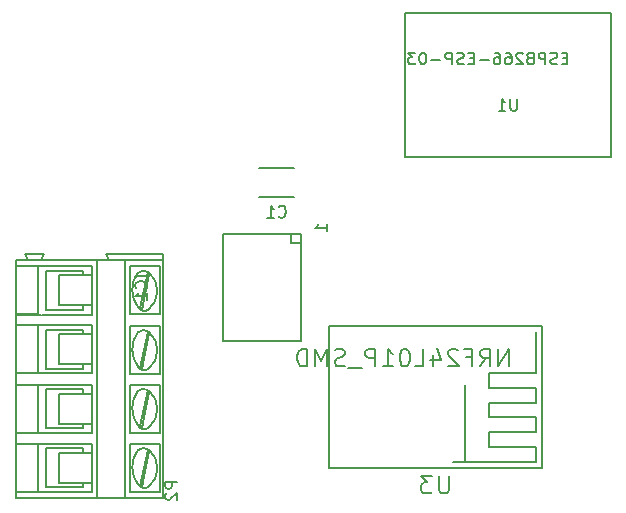
<source format=gbo>
G04 #@! TF.FileFunction,Legend,Bot*
%FSLAX46Y46*%
G04 Gerber Fmt 4.6, Leading zero omitted, Abs format (unit mm)*
G04 Created by KiCad (PCBNEW (2015-10-22 BZR 6274, Git d63c017)-product) date 25.10.2015 14:05:11*
%MOMM*%
G01*
G04 APERTURE LIST*
%ADD10C,0.150000*%
G04 APERTURE END LIST*
D10*
X184535000Y-140950000D02*
X187535000Y-140950000D01*
X187535000Y-138450000D02*
X184535000Y-138450000D01*
X187284360Y-144089120D02*
X187284360Y-144790160D01*
X187284360Y-144790160D02*
X187985400Y-144790160D01*
X181485540Y-144089120D02*
X181485540Y-153090880D01*
X181485540Y-153090880D02*
X188084460Y-153090880D01*
X188084460Y-153090880D02*
X188084460Y-144089120D01*
X188084460Y-144089120D02*
X181485540Y-144089120D01*
X170434000Y-155080000D02*
X167640000Y-155080000D01*
X167640000Y-155080000D02*
X167640000Y-152540000D01*
X167640000Y-152540000D02*
X170434000Y-152540000D01*
X173609000Y-155892800D02*
X176149000Y-155892800D01*
X176149000Y-155892800D02*
X176149000Y-151828800D01*
X176149000Y-151828800D02*
X173609000Y-151828800D01*
X173609000Y-151828800D02*
X173609000Y-155892800D01*
X174625000Y-155486400D02*
X175260000Y-152438400D01*
X174498000Y-155359400D02*
X175133000Y-152311400D01*
X174265430Y-152392028D02*
G75*
G02X175232060Y-152339340I509430J-452772D01*
G01*
X174345104Y-155334728D02*
G75*
G02X174297340Y-152346960I1905496J1524728D01*
G01*
X175236844Y-152335589D02*
G75*
G02X175183800Y-155486400I-1348444J-1553151D01*
G01*
X175233481Y-155435097D02*
G75*
G02X174307500Y-155293360I-407821J431297D01*
G01*
X165862000Y-155842000D02*
X165862000Y-151778000D01*
X163957000Y-151778000D02*
X170434000Y-151778000D01*
X169672000Y-155461000D02*
X169672000Y-155080000D01*
X169672000Y-155461000D02*
X166497000Y-155461000D01*
X166497000Y-155461000D02*
X166497000Y-152159000D01*
X166497000Y-152159000D02*
X169672000Y-152159000D01*
X169672000Y-152159000D02*
X169672000Y-152540000D01*
X170815000Y-151320000D02*
X170815000Y-146240000D01*
X163957000Y-155842000D02*
X170434000Y-155842000D01*
X170434000Y-155842000D02*
X170434000Y-151778000D01*
X163957000Y-146875000D02*
X163957000Y-150812000D01*
X163957000Y-150662000D02*
X163957000Y-156758000D01*
X173228000Y-146240000D02*
X173228000Y-166410000D01*
X176403000Y-146090000D02*
X176403000Y-166410000D01*
X170815000Y-151170000D02*
X170815000Y-166346500D01*
X166179500Y-150875500D02*
X170434000Y-150875500D01*
X175233481Y-150405097D02*
G75*
G02X174307500Y-150263360I-407821J431297D01*
G01*
X175236844Y-147305589D02*
G75*
G02X175183800Y-150456400I-1348444J-1553151D01*
G01*
X174345104Y-150304728D02*
G75*
G02X174297340Y-147316960I1905496J1524728D01*
G01*
X174265430Y-147362028D02*
G75*
G02X175232060Y-147309340I509430J-452772D01*
G01*
X170434000Y-150481800D02*
X170434000Y-147179800D01*
X170434000Y-150862800D02*
X170434000Y-150481800D01*
X170434000Y-146798800D02*
X170434000Y-147179800D01*
X174498000Y-150329400D02*
X175133000Y-147281400D01*
X174625000Y-150456400D02*
X175260000Y-147408400D01*
X173609000Y-146798800D02*
X173609000Y-150862800D01*
X176149000Y-146798800D02*
X173609000Y-146798800D01*
X176149000Y-150862800D02*
X176149000Y-146798800D01*
X173609000Y-150862800D02*
X176149000Y-150862800D01*
X173355000Y-146240000D02*
X171831000Y-146240000D01*
X170815000Y-146240000D02*
X166116000Y-146240000D01*
X171831000Y-146240000D02*
X170815000Y-146240000D01*
X169672000Y-147179800D02*
X169672000Y-147560800D01*
X169672000Y-150481800D02*
X169672000Y-150100800D01*
X166497000Y-150481800D02*
X169672000Y-150481800D01*
X166497000Y-147179800D02*
X166497000Y-150481800D01*
X166497000Y-147179800D02*
X169672000Y-147179800D01*
X165862000Y-146798800D02*
X163957000Y-146798800D01*
X165862000Y-150862800D02*
X165862000Y-146798800D01*
X163957000Y-146798800D02*
X163957000Y-146240000D01*
X170434000Y-146798800D02*
X165862000Y-146798800D01*
X163957000Y-150862800D02*
X165862000Y-150862800D01*
X166370000Y-145732000D02*
X164719000Y-145732000D01*
X166116000Y-146240000D02*
X164973000Y-146240000D01*
X166370000Y-145732000D02*
X166116000Y-146240000D01*
X164973000Y-146240000D02*
X163957000Y-146240000D01*
X164719000Y-145732000D02*
X164973000Y-146240000D01*
X171577000Y-145732000D02*
X171831000Y-146240000D01*
X176403000Y-145732000D02*
X171577000Y-145732000D01*
X176403000Y-146240000D02*
X176403000Y-145732000D01*
X176403000Y-146240000D02*
X173355000Y-146240000D01*
X167640000Y-150100800D02*
X170434000Y-150100800D01*
X170434000Y-150100800D02*
X170434000Y-147560800D01*
X167640000Y-147560800D02*
X170434000Y-147560800D01*
X167640000Y-150100800D02*
X167640000Y-147560800D01*
X167640000Y-165114600D02*
X167640000Y-162574600D01*
X167640000Y-162574600D02*
X170434000Y-162574600D01*
X170434000Y-165114600D02*
X170434000Y-162574600D01*
X167640000Y-165114600D02*
X170434000Y-165114600D01*
X167640000Y-160110800D02*
X167640000Y-157570800D01*
X167640000Y-157570800D02*
X170434000Y-157570800D01*
X170434000Y-160110800D02*
X170434000Y-157570800D01*
X167640000Y-160110800D02*
X170434000Y-160110800D01*
X164973000Y-150875500D02*
X163957000Y-150875500D01*
X166116000Y-150875500D02*
X164973000Y-150875500D01*
X163957000Y-160872800D02*
X165862000Y-160872800D01*
X170434000Y-156808800D02*
X165862000Y-156808800D01*
X163957000Y-160872800D02*
X163957000Y-156808800D01*
X163957000Y-161812600D02*
X165862000Y-161812600D01*
X163957000Y-161812600D02*
X163957000Y-160872800D01*
X170434000Y-165876600D02*
X165862000Y-165876600D01*
X163957000Y-166410000D02*
X163957000Y-165876600D01*
X163957000Y-165876600D02*
X163957000Y-161812600D01*
X165862000Y-160872800D02*
X165862000Y-156808800D01*
X165862000Y-160872800D02*
X170434000Y-160872800D01*
X165862000Y-156808800D02*
X163957000Y-156808800D01*
X165862000Y-161812600D02*
X165862000Y-165876600D01*
X165862000Y-161812600D02*
X170434000Y-161812600D01*
X165862000Y-165876600D02*
X163957000Y-165876600D01*
X166497000Y-157189800D02*
X169672000Y-157189800D01*
X166497000Y-157189800D02*
X166497000Y-160491800D01*
X166497000Y-160491800D02*
X169672000Y-160491800D01*
X166497000Y-162193600D02*
X169672000Y-162193600D01*
X166497000Y-162193600D02*
X166497000Y-165495600D01*
X166497000Y-165495600D02*
X169672000Y-165495600D01*
X169672000Y-165495600D02*
X169672000Y-165114600D01*
X169672000Y-162193600D02*
X169672000Y-162574600D01*
X169672000Y-160491800D02*
X169672000Y-160110800D01*
X169672000Y-157189800D02*
X169672000Y-157570800D01*
X163957000Y-166410000D02*
X170815000Y-166410000D01*
X170815000Y-166410000D02*
X173355000Y-166410000D01*
X173355000Y-166410000D02*
X176403000Y-166410000D01*
X173609000Y-160872800D02*
X176149000Y-160872800D01*
X176149000Y-160872800D02*
X176149000Y-156808800D01*
X176149000Y-156808800D02*
X173609000Y-156808800D01*
X173609000Y-156808800D02*
X173609000Y-160872800D01*
X173609000Y-161812600D02*
X176149000Y-161812600D01*
X173609000Y-161812600D02*
X173609000Y-165876600D01*
X173609000Y-165876600D02*
X176149000Y-165876600D01*
X176149000Y-161812600D02*
X176149000Y-165876600D01*
X174625000Y-160466400D02*
X175260000Y-157418400D01*
X174498000Y-160339400D02*
X175133000Y-157291400D01*
X174625000Y-165470200D02*
X175260000Y-162419660D01*
X174498000Y-165343200D02*
X175133000Y-162295200D01*
X170434000Y-165876600D02*
X170434000Y-165495600D01*
X170434000Y-161812600D02*
X170434000Y-162193600D01*
X170434000Y-162193600D02*
X170434000Y-165495600D01*
X170434000Y-156808800D02*
X170434000Y-157189800D01*
X170434000Y-160872800D02*
X170434000Y-160491800D01*
X170434000Y-160491800D02*
X170434000Y-157189800D01*
X174265430Y-157372028D02*
G75*
G02X175232060Y-157319340I509430J-452772D01*
G01*
X174345104Y-160314728D02*
G75*
G02X174297340Y-157326960I1905496J1524728D01*
G01*
X175236844Y-157315589D02*
G75*
G02X175183800Y-160466400I-1348444J-1553151D01*
G01*
X175233481Y-160415097D02*
G75*
G02X174307500Y-160273360I-407821J431297D01*
G01*
X174262890Y-162375851D02*
G75*
G02X175232060Y-162320600I511970J-452749D01*
G01*
X174345104Y-165315988D02*
G75*
G02X174297340Y-162328220I1905496J1524728D01*
G01*
X175241847Y-162313427D02*
G75*
G02X175183800Y-165470200I-1353447J-1554033D01*
G01*
X175231019Y-165419520D02*
G75*
G02X174307500Y-165274620I-405359J431920D01*
G01*
X196935000Y-137545000D02*
X214335000Y-137545000D01*
X214335000Y-137545000D02*
X214335000Y-125345000D01*
X214335000Y-125345000D02*
X196935000Y-125345000D01*
X196935000Y-125345000D02*
X196935000Y-137545000D01*
X208000000Y-163330000D02*
X208000000Y-162080000D01*
X208000000Y-162080000D02*
X204000000Y-162080000D01*
X204000000Y-162080000D02*
X204000000Y-160830000D01*
X204000000Y-160830000D02*
X208000000Y-160830000D01*
X208000000Y-160830000D02*
X208000000Y-159580000D01*
X208000000Y-159580000D02*
X204000000Y-159580000D01*
X204000000Y-159580000D02*
X204000000Y-158330000D01*
X204000000Y-158330000D02*
X208000000Y-158330000D01*
X208000000Y-158330000D02*
X208000000Y-157080000D01*
X208000000Y-157080000D02*
X204000000Y-157080000D01*
X204000000Y-157080000D02*
X204000000Y-155830000D01*
X204000000Y-155830000D02*
X208000000Y-155830000D01*
X208000000Y-155830000D02*
X208000000Y-152330000D01*
X201000000Y-163330000D02*
X208000000Y-163330000D01*
X202000000Y-156830000D02*
X202000000Y-163330000D01*
X190500000Y-163830000D02*
X208500000Y-163830000D01*
X208500000Y-163830000D02*
X208500000Y-151830000D01*
X208500000Y-151830000D02*
X190500000Y-151830000D01*
X190500000Y-163830000D02*
X190500000Y-151830000D01*
X186201666Y-142557143D02*
X186249285Y-142604762D01*
X186392142Y-142652381D01*
X186487380Y-142652381D01*
X186630238Y-142604762D01*
X186725476Y-142509524D01*
X186773095Y-142414286D01*
X186820714Y-142223810D01*
X186820714Y-142080952D01*
X186773095Y-141890476D01*
X186725476Y-141795238D01*
X186630238Y-141700000D01*
X186487380Y-141652381D01*
X186392142Y-141652381D01*
X186249285Y-141700000D01*
X186201666Y-141747619D01*
X185249285Y-142652381D02*
X185820714Y-142652381D01*
X185535000Y-142652381D02*
X185535000Y-141652381D01*
X185630238Y-141795238D01*
X185725476Y-141890476D01*
X185820714Y-141938095D01*
X175077381Y-147613810D02*
X174077381Y-147613810D01*
X174982143Y-148661429D02*
X175029762Y-148613810D01*
X175077381Y-148470953D01*
X175077381Y-148375715D01*
X175029762Y-148232857D01*
X174934524Y-148137619D01*
X174839286Y-148090000D01*
X174648810Y-148042381D01*
X174505952Y-148042381D01*
X174315476Y-148090000D01*
X174220238Y-148137619D01*
X174125000Y-148232857D01*
X174077381Y-148375715D01*
X174077381Y-148470953D01*
X174125000Y-148613810D01*
X174172619Y-148661429D01*
X175077381Y-149613810D02*
X175077381Y-149042381D01*
X175077381Y-149328095D02*
X174077381Y-149328095D01*
X174220238Y-149232857D01*
X174315476Y-149137619D01*
X174363095Y-149042381D01*
X190317381Y-143795715D02*
X190317381Y-143224286D01*
X190317381Y-143510000D02*
X189317381Y-143510000D01*
X189460238Y-143414762D01*
X189555476Y-143319524D01*
X189603095Y-143224286D01*
X177617381Y-165036905D02*
X176617381Y-165036905D01*
X176617381Y-165417858D01*
X176665000Y-165513096D01*
X176712619Y-165560715D01*
X176807857Y-165608334D01*
X176950714Y-165608334D01*
X177045952Y-165560715D01*
X177093571Y-165513096D01*
X177141190Y-165417858D01*
X177141190Y-165036905D01*
X176712619Y-165989286D02*
X176665000Y-166036905D01*
X176617381Y-166132143D01*
X176617381Y-166370239D01*
X176665000Y-166465477D01*
X176712619Y-166513096D01*
X176807857Y-166560715D01*
X176903095Y-166560715D01*
X177045952Y-166513096D01*
X177617381Y-165941667D01*
X177617381Y-166560715D01*
X206396905Y-132597381D02*
X206396905Y-133406905D01*
X206349286Y-133502143D01*
X206301667Y-133549762D01*
X206206429Y-133597381D01*
X206015952Y-133597381D01*
X205920714Y-133549762D01*
X205873095Y-133502143D01*
X205825476Y-133406905D01*
X205825476Y-132597381D01*
X204825476Y-133597381D02*
X205396905Y-133597381D01*
X205111191Y-133597381D02*
X205111191Y-132597381D01*
X205206429Y-132740238D01*
X205301667Y-132835476D01*
X205396905Y-132883095D01*
X210649286Y-129173571D02*
X210315952Y-129173571D01*
X210173095Y-129697381D02*
X210649286Y-129697381D01*
X210649286Y-128697381D01*
X210173095Y-128697381D01*
X209792143Y-129649762D02*
X209649286Y-129697381D01*
X209411190Y-129697381D01*
X209315952Y-129649762D01*
X209268333Y-129602143D01*
X209220714Y-129506905D01*
X209220714Y-129411667D01*
X209268333Y-129316429D01*
X209315952Y-129268810D01*
X209411190Y-129221190D01*
X209601667Y-129173571D01*
X209696905Y-129125952D01*
X209744524Y-129078333D01*
X209792143Y-128983095D01*
X209792143Y-128887857D01*
X209744524Y-128792619D01*
X209696905Y-128745000D01*
X209601667Y-128697381D01*
X209363571Y-128697381D01*
X209220714Y-128745000D01*
X208792143Y-129697381D02*
X208792143Y-128697381D01*
X208411190Y-128697381D01*
X208315952Y-128745000D01*
X208268333Y-128792619D01*
X208220714Y-128887857D01*
X208220714Y-129030714D01*
X208268333Y-129125952D01*
X208315952Y-129173571D01*
X208411190Y-129221190D01*
X208792143Y-129221190D01*
X207649286Y-129125952D02*
X207744524Y-129078333D01*
X207792143Y-129030714D01*
X207839762Y-128935476D01*
X207839762Y-128887857D01*
X207792143Y-128792619D01*
X207744524Y-128745000D01*
X207649286Y-128697381D01*
X207458809Y-128697381D01*
X207363571Y-128745000D01*
X207315952Y-128792619D01*
X207268333Y-128887857D01*
X207268333Y-128935476D01*
X207315952Y-129030714D01*
X207363571Y-129078333D01*
X207458809Y-129125952D01*
X207649286Y-129125952D01*
X207744524Y-129173571D01*
X207792143Y-129221190D01*
X207839762Y-129316429D01*
X207839762Y-129506905D01*
X207792143Y-129602143D01*
X207744524Y-129649762D01*
X207649286Y-129697381D01*
X207458809Y-129697381D01*
X207363571Y-129649762D01*
X207315952Y-129602143D01*
X207268333Y-129506905D01*
X207268333Y-129316429D01*
X207315952Y-129221190D01*
X207363571Y-129173571D01*
X207458809Y-129125952D01*
X206887381Y-128792619D02*
X206839762Y-128745000D01*
X206744524Y-128697381D01*
X206506428Y-128697381D01*
X206411190Y-128745000D01*
X206363571Y-128792619D01*
X206315952Y-128887857D01*
X206315952Y-128983095D01*
X206363571Y-129125952D01*
X206935000Y-129697381D01*
X206315952Y-129697381D01*
X205458809Y-128697381D02*
X205649286Y-128697381D01*
X205744524Y-128745000D01*
X205792143Y-128792619D01*
X205887381Y-128935476D01*
X205935000Y-129125952D01*
X205935000Y-129506905D01*
X205887381Y-129602143D01*
X205839762Y-129649762D01*
X205744524Y-129697381D01*
X205554047Y-129697381D01*
X205458809Y-129649762D01*
X205411190Y-129602143D01*
X205363571Y-129506905D01*
X205363571Y-129268810D01*
X205411190Y-129173571D01*
X205458809Y-129125952D01*
X205554047Y-129078333D01*
X205744524Y-129078333D01*
X205839762Y-129125952D01*
X205887381Y-129173571D01*
X205935000Y-129268810D01*
X204506428Y-128697381D02*
X204696905Y-128697381D01*
X204792143Y-128745000D01*
X204839762Y-128792619D01*
X204935000Y-128935476D01*
X204982619Y-129125952D01*
X204982619Y-129506905D01*
X204935000Y-129602143D01*
X204887381Y-129649762D01*
X204792143Y-129697381D01*
X204601666Y-129697381D01*
X204506428Y-129649762D01*
X204458809Y-129602143D01*
X204411190Y-129506905D01*
X204411190Y-129268810D01*
X204458809Y-129173571D01*
X204506428Y-129125952D01*
X204601666Y-129078333D01*
X204792143Y-129078333D01*
X204887381Y-129125952D01*
X204935000Y-129173571D01*
X204982619Y-129268810D01*
X203982619Y-129316429D02*
X203220714Y-129316429D01*
X202744524Y-129173571D02*
X202411190Y-129173571D01*
X202268333Y-129697381D02*
X202744524Y-129697381D01*
X202744524Y-128697381D01*
X202268333Y-128697381D01*
X201887381Y-129649762D02*
X201744524Y-129697381D01*
X201506428Y-129697381D01*
X201411190Y-129649762D01*
X201363571Y-129602143D01*
X201315952Y-129506905D01*
X201315952Y-129411667D01*
X201363571Y-129316429D01*
X201411190Y-129268810D01*
X201506428Y-129221190D01*
X201696905Y-129173571D01*
X201792143Y-129125952D01*
X201839762Y-129078333D01*
X201887381Y-128983095D01*
X201887381Y-128887857D01*
X201839762Y-128792619D01*
X201792143Y-128745000D01*
X201696905Y-128697381D01*
X201458809Y-128697381D01*
X201315952Y-128745000D01*
X200887381Y-129697381D02*
X200887381Y-128697381D01*
X200506428Y-128697381D01*
X200411190Y-128745000D01*
X200363571Y-128792619D01*
X200315952Y-128887857D01*
X200315952Y-129030714D01*
X200363571Y-129125952D01*
X200411190Y-129173571D01*
X200506428Y-129221190D01*
X200887381Y-129221190D01*
X199887381Y-129316429D02*
X199125476Y-129316429D01*
X198458810Y-128697381D02*
X198363571Y-128697381D01*
X198268333Y-128745000D01*
X198220714Y-128792619D01*
X198173095Y-128887857D01*
X198125476Y-129078333D01*
X198125476Y-129316429D01*
X198173095Y-129506905D01*
X198220714Y-129602143D01*
X198268333Y-129649762D01*
X198363571Y-129697381D01*
X198458810Y-129697381D01*
X198554048Y-129649762D01*
X198601667Y-129602143D01*
X198649286Y-129506905D01*
X198696905Y-129316429D01*
X198696905Y-129078333D01*
X198649286Y-128887857D01*
X198601667Y-128792619D01*
X198554048Y-128745000D01*
X198458810Y-128697381D01*
X197792143Y-128697381D02*
X197173095Y-128697381D01*
X197506429Y-129078333D01*
X197363571Y-129078333D01*
X197268333Y-129125952D01*
X197220714Y-129173571D01*
X197173095Y-129268810D01*
X197173095Y-129506905D01*
X197220714Y-129602143D01*
X197268333Y-129649762D01*
X197363571Y-129697381D01*
X197649286Y-129697381D01*
X197744524Y-129649762D01*
X197792143Y-129602143D01*
X200642857Y-164508571D02*
X200642857Y-165722857D01*
X200571429Y-165865714D01*
X200500000Y-165937143D01*
X200357143Y-166008571D01*
X200071429Y-166008571D01*
X199928571Y-165937143D01*
X199857143Y-165865714D01*
X199785714Y-165722857D01*
X199785714Y-164508571D01*
X199214285Y-164508571D02*
X198285714Y-164508571D01*
X198785714Y-165080000D01*
X198571428Y-165080000D01*
X198428571Y-165151429D01*
X198357142Y-165222857D01*
X198285714Y-165365714D01*
X198285714Y-165722857D01*
X198357142Y-165865714D01*
X198428571Y-165937143D01*
X198571428Y-166008571D01*
X199000000Y-166008571D01*
X199142857Y-165937143D01*
X199214285Y-165865714D01*
X205678570Y-155258571D02*
X205678570Y-153758571D01*
X204821427Y-155258571D01*
X204821427Y-153758571D01*
X203249998Y-155258571D02*
X203749998Y-154544286D01*
X204107141Y-155258571D02*
X204107141Y-153758571D01*
X203535713Y-153758571D01*
X203392855Y-153830000D01*
X203321427Y-153901429D01*
X203249998Y-154044286D01*
X203249998Y-154258571D01*
X203321427Y-154401429D01*
X203392855Y-154472857D01*
X203535713Y-154544286D01*
X204107141Y-154544286D01*
X202107141Y-154472857D02*
X202607141Y-154472857D01*
X202607141Y-155258571D02*
X202607141Y-153758571D01*
X201892855Y-153758571D01*
X201392856Y-153901429D02*
X201321427Y-153830000D01*
X201178570Y-153758571D01*
X200821427Y-153758571D01*
X200678570Y-153830000D01*
X200607141Y-153901429D01*
X200535713Y-154044286D01*
X200535713Y-154187143D01*
X200607141Y-154401429D01*
X201464284Y-155258571D01*
X200535713Y-155258571D01*
X199249999Y-154258571D02*
X199249999Y-155258571D01*
X199607142Y-153687143D02*
X199964285Y-154758571D01*
X199035713Y-154758571D01*
X197749999Y-155258571D02*
X198464285Y-155258571D01*
X198464285Y-153758571D01*
X196964285Y-153758571D02*
X196821428Y-153758571D01*
X196678571Y-153830000D01*
X196607142Y-153901429D01*
X196535713Y-154044286D01*
X196464285Y-154330000D01*
X196464285Y-154687143D01*
X196535713Y-154972857D01*
X196607142Y-155115714D01*
X196678571Y-155187143D01*
X196821428Y-155258571D01*
X196964285Y-155258571D01*
X197107142Y-155187143D01*
X197178571Y-155115714D01*
X197249999Y-154972857D01*
X197321428Y-154687143D01*
X197321428Y-154330000D01*
X197249999Y-154044286D01*
X197178571Y-153901429D01*
X197107142Y-153830000D01*
X196964285Y-153758571D01*
X195035714Y-155258571D02*
X195892857Y-155258571D01*
X195464285Y-155258571D02*
X195464285Y-153758571D01*
X195607142Y-153972857D01*
X195750000Y-154115714D01*
X195892857Y-154187143D01*
X194392857Y-155258571D02*
X194392857Y-153758571D01*
X193821429Y-153758571D01*
X193678571Y-153830000D01*
X193607143Y-153901429D01*
X193535714Y-154044286D01*
X193535714Y-154258571D01*
X193607143Y-154401429D01*
X193678571Y-154472857D01*
X193821429Y-154544286D01*
X194392857Y-154544286D01*
X193250000Y-155401429D02*
X192107143Y-155401429D01*
X191821429Y-155187143D02*
X191607143Y-155258571D01*
X191250000Y-155258571D01*
X191107143Y-155187143D01*
X191035714Y-155115714D01*
X190964286Y-154972857D01*
X190964286Y-154830000D01*
X191035714Y-154687143D01*
X191107143Y-154615714D01*
X191250000Y-154544286D01*
X191535714Y-154472857D01*
X191678572Y-154401429D01*
X191750000Y-154330000D01*
X191821429Y-154187143D01*
X191821429Y-154044286D01*
X191750000Y-153901429D01*
X191678572Y-153830000D01*
X191535714Y-153758571D01*
X191178572Y-153758571D01*
X190964286Y-153830000D01*
X190321429Y-155258571D02*
X190321429Y-153758571D01*
X189821429Y-154830000D01*
X189321429Y-153758571D01*
X189321429Y-155258571D01*
X188607143Y-155258571D02*
X188607143Y-153758571D01*
X188250000Y-153758571D01*
X188035715Y-153830000D01*
X187892857Y-153972857D01*
X187821429Y-154115714D01*
X187750000Y-154401429D01*
X187750000Y-154615714D01*
X187821429Y-154901429D01*
X187892857Y-155044286D01*
X188035715Y-155187143D01*
X188250000Y-155258571D01*
X188607143Y-155258571D01*
M02*

</source>
